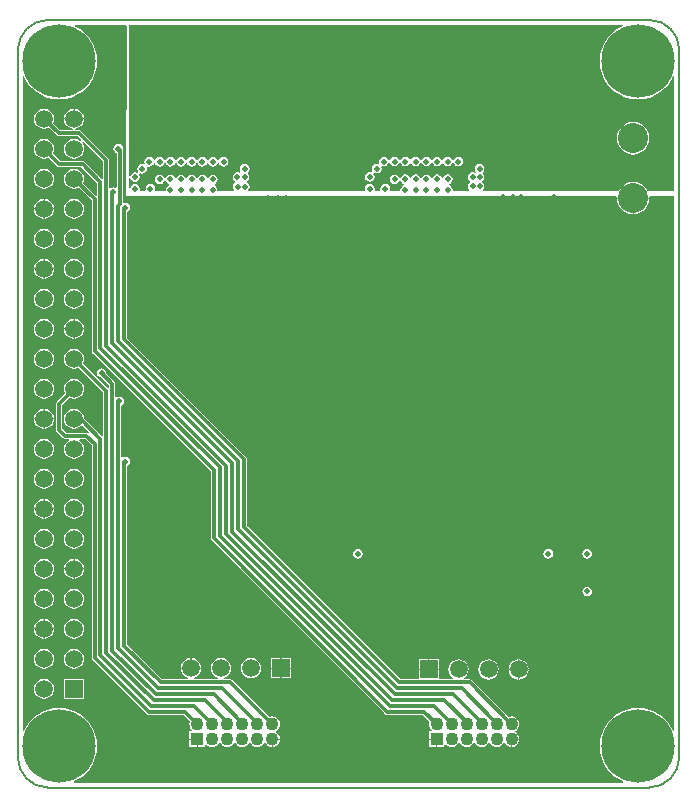
<source format=gbl>
G04*
G04 #@! TF.GenerationSoftware,Altium Limited,Altium Designer,20.0.9 (164)*
G04*
G04 Layer_Physical_Order=4*
G04 Layer_Color=16711680*
%FSLAX25Y25*%
%MOIN*%
G70*
G01*
G75*
%ADD20C,0.01181*%
%ADD25C,0.00787*%
%ADD26C,0.10000*%
%ADD27C,0.04331*%
%ADD28R,0.04331X0.04331*%
%ADD29C,0.05906*%
%ADD30R,0.05906X0.05906*%
%ADD31R,0.05906X0.05906*%
%ADD32C,0.01968*%
%ADD33C,0.03937*%
%ADD34C,0.24410*%
G36*
X264304Y466891D02*
X264657Y466537D01*
X264477Y409836D01*
X427742D01*
X428071Y409460D01*
X428044Y409255D01*
X433465D01*
X438885D01*
X438858Y409460D01*
X439187Y409836D01*
X447244D01*
X447244Y231419D01*
X446744Y231319D01*
X446394Y232164D01*
X445350Y233869D01*
X444051Y235389D01*
X442530Y236688D01*
X440825Y237733D01*
X438977Y238498D01*
X437033Y238965D01*
X435039Y239122D01*
X433046Y238965D01*
X431101Y238498D01*
X429254Y237733D01*
X427549Y236688D01*
X426028Y235389D01*
X424729Y233869D01*
X423684Y232164D01*
X422919Y230316D01*
X422452Y228372D01*
X422295Y226378D01*
X422452Y224384D01*
X422919Y222440D01*
X423684Y220592D01*
X424729Y218887D01*
X426028Y217367D01*
X427549Y216068D01*
X429254Y215023D01*
X430098Y214673D01*
X429999Y214173D01*
X247167Y214173D01*
X247067Y214673D01*
X247912Y215023D01*
X249617Y216068D01*
X251137Y217367D01*
X252436Y218887D01*
X253481Y220592D01*
X254246Y222440D01*
X254713Y224384D01*
X254870Y226378D01*
X254713Y228372D01*
X254246Y230316D01*
X253481Y232164D01*
X252436Y233869D01*
X251137Y235389D01*
X249617Y236688D01*
X247912Y237733D01*
X246064Y238498D01*
X244120Y238965D01*
X242126Y239122D01*
X240132Y238965D01*
X238188Y238498D01*
X236340Y237733D01*
X234635Y236688D01*
X233115Y235389D01*
X231816Y233869D01*
X230771Y232164D01*
X230421Y231319D01*
X229921Y231419D01*
X229921Y409836D01*
X229921Y449684D01*
X230421Y449783D01*
X230771Y448939D01*
X231816Y447234D01*
X233115Y445713D01*
X234635Y444414D01*
X236340Y443369D01*
X238188Y442604D01*
X240132Y442137D01*
X242126Y441980D01*
X244120Y442137D01*
X246064Y442604D01*
X247912Y443369D01*
X249617Y444414D01*
X251137Y445713D01*
X252436Y447234D01*
X253481Y448939D01*
X254246Y450786D01*
X254713Y452731D01*
X254870Y454724D01*
X254713Y456718D01*
X254246Y458663D01*
X253481Y460510D01*
X252436Y462215D01*
X251137Y463736D01*
X249617Y465034D01*
X247912Y466079D01*
X247158Y466392D01*
X247258Y466891D01*
X264304Y466891D01*
D02*
G37*
G36*
X429999Y466929D02*
X430098Y466429D01*
X429254Y466079D01*
X427549Y465034D01*
X426028Y463736D01*
X424729Y462215D01*
X423684Y460510D01*
X422919Y458663D01*
X422452Y456718D01*
X422295Y454724D01*
X422452Y452731D01*
X422919Y450786D01*
X423684Y448939D01*
X424729Y447234D01*
X426028Y445713D01*
X427549Y444414D01*
X429254Y443369D01*
X431101Y442604D01*
X433046Y442137D01*
X435039Y441980D01*
X437033Y442137D01*
X438977Y442604D01*
X440825Y443369D01*
X442530Y444414D01*
X444051Y445713D01*
X445350Y447234D01*
X446394Y448939D01*
X446744Y449783D01*
X447244Y449684D01*
X447244Y411424D01*
X438328D01*
X438181Y411778D01*
X437316Y412907D01*
X436188Y413772D01*
X434874Y414316D01*
X433465Y414502D01*
X432055Y414316D01*
X430741Y413772D01*
X429613Y412907D01*
X428748Y411778D01*
X428601Y411424D01*
X383671D01*
X383540Y411649D01*
X383464Y411924D01*
X383767Y412378D01*
X383889Y412992D01*
X383767Y413607D01*
X383419Y414127D01*
X383211Y414266D01*
Y414868D01*
X383419Y415006D01*
X383767Y415527D01*
X383889Y416142D01*
X383767Y416756D01*
X383419Y417277D01*
Y417762D01*
X383767Y418283D01*
X383889Y418898D01*
X383767Y419512D01*
X383419Y420033D01*
X382898Y420381D01*
X382283Y420503D01*
X381669Y420381D01*
X381148Y420033D01*
X380800Y419512D01*
X380678Y418898D01*
X380800Y418283D01*
X381082Y417862D01*
X380723Y417503D01*
X380704Y417513D01*
X380536Y417625D01*
X379921Y417747D01*
X379307Y417625D01*
X378786Y417277D01*
X378438Y416756D01*
X378316Y416142D01*
X378438Y415527D01*
X378786Y415006D01*
X378994Y414868D01*
Y414266D01*
X378786Y414127D01*
X378438Y413607D01*
X378316Y412992D01*
X378438Y412378D01*
X378741Y411924D01*
X378665Y411649D01*
X378534Y411424D01*
X373576D01*
X373259Y411810D01*
X373259Y411811D01*
X373137Y412426D01*
X372789Y412946D01*
X372268Y413294D01*
X372100Y413328D01*
Y413838D01*
X372268Y413871D01*
X372789Y414219D01*
X373137Y414740D01*
X373259Y415354D01*
X373137Y415969D01*
X372789Y416490D01*
X372268Y416838D01*
X371654Y416960D01*
X371039Y416838D01*
X370518Y416490D01*
X370170Y415969D01*
X370137Y415801D01*
X369627D01*
X369594Y415969D01*
X369246Y416490D01*
X368725Y416838D01*
X368110Y416960D01*
X367496Y416838D01*
X366975Y416490D01*
X366627Y415969D01*
X366594Y415801D01*
X366084D01*
X366050Y415969D01*
X365702Y416490D01*
X365181Y416838D01*
X364567Y416960D01*
X363952Y416838D01*
X363432Y416490D01*
X363084Y415969D01*
X363050Y415801D01*
X362540D01*
X362507Y415969D01*
X362159Y416490D01*
X361638Y416838D01*
X361024Y416960D01*
X360409Y416838D01*
X359888Y416490D01*
X359540Y415969D01*
X359507Y415801D01*
X358997D01*
X358964Y415969D01*
X358616Y416490D01*
X358095Y416838D01*
X357480Y416960D01*
X356866Y416838D01*
X356345Y416490D01*
X355997Y415969D01*
X355964Y415801D01*
X355454D01*
X355420Y415969D01*
X355072Y416490D01*
X354552Y416838D01*
X353937Y416960D01*
X353323Y416838D01*
X352802Y416490D01*
X352454Y415969D01*
X352331Y415354D01*
X352454Y414740D01*
X352802Y414219D01*
X353323Y413871D01*
X353937Y413749D01*
X354552Y413871D01*
X355072Y414219D01*
X355420Y414740D01*
X355454Y414907D01*
X355964D01*
X355997Y414740D01*
X356345Y414219D01*
X356866Y413871D01*
X357033Y413838D01*
Y413328D01*
X356866Y413294D01*
X356345Y412946D01*
X355997Y412426D01*
X355875Y411811D01*
X355875Y411810D01*
X355558Y411424D01*
X352715D01*
X352337Y411924D01*
X352393Y412205D01*
X352271Y412819D01*
X351923Y413340D01*
X351402Y413688D01*
X350787Y413810D01*
X350173Y413688D01*
X349652Y413340D01*
X349304Y412819D01*
X349182Y412205D01*
X349238Y411924D01*
X348860Y411424D01*
X347597D01*
X347219Y411924D01*
X347275Y412205D01*
X347153Y412819D01*
X346805Y413340D01*
X346284Y413688D01*
X345669Y413810D01*
X345055Y413688D01*
X344534Y413340D01*
X344186Y412819D01*
X344064Y412205D01*
X344120Y411924D01*
X343742Y411424D01*
X305469D01*
X305391Y411522D01*
X305247Y411924D01*
X305517Y412328D01*
X305639Y412942D01*
X305517Y413557D01*
X305169Y414078D01*
X304876Y414274D01*
X304849Y414857D01*
X305072Y415006D01*
X305420Y415527D01*
X305543Y416142D01*
X305420Y416756D01*
X305179Y417118D01*
X305169Y417712D01*
X305517Y418233D01*
X305639Y418848D01*
X305517Y419462D01*
X305169Y419983D01*
X304648Y420331D01*
X304034Y420454D01*
X303419Y420331D01*
X302898Y419983D01*
X302550Y419462D01*
X302428Y418848D01*
X302550Y418233D01*
X302396Y417581D01*
X302323Y417536D01*
X302189Y417625D01*
X301575Y417747D01*
X300960Y417625D01*
X300439Y417277D01*
X300091Y416756D01*
X299969Y416142D01*
X300091Y415527D01*
X300439Y415006D01*
X300733Y414810D01*
X300760Y414227D01*
X300536Y414078D01*
X300188Y413557D01*
X300066Y412942D01*
X300188Y412328D01*
X300458Y411924D01*
X300314Y411522D01*
X300237Y411424D01*
X295230D01*
X294913Y411810D01*
X294913Y411811D01*
X294791Y412426D01*
X294443Y412946D01*
X293924Y413293D01*
X293922Y413306D01*
X293928Y413803D01*
X294018Y413821D01*
X294539Y414169D01*
X294887Y414690D01*
X295009Y415305D01*
X294887Y415919D01*
X294539Y416440D01*
X294018Y416788D01*
X293404Y416910D01*
X292789Y416788D01*
X292268Y416440D01*
X291920Y415919D01*
X291887Y415752D01*
X291377D01*
X291344Y415919D01*
X290996Y416440D01*
X290475Y416788D01*
X289861Y416910D01*
X289246Y416788D01*
X288725Y416440D01*
X288377Y415919D01*
X288344Y415752D01*
X287834D01*
X287801Y415919D01*
X287453Y416440D01*
X286932Y416788D01*
X286317Y416910D01*
X285703Y416788D01*
X285182Y416440D01*
X284834Y415919D01*
X284800Y415752D01*
X284291D01*
X284257Y415919D01*
X283909Y416440D01*
X283388Y416788D01*
X282774Y416910D01*
X282159Y416788D01*
X281639Y416440D01*
X281291Y415919D01*
X281257Y415752D01*
X280747D01*
X280714Y415919D01*
X280366Y416440D01*
X279845Y416788D01*
X279231Y416910D01*
X278616Y416788D01*
X278095Y416440D01*
X277747Y415919D01*
X277714Y415752D01*
X277204D01*
X277171Y415919D01*
X276823Y416440D01*
X276302Y416788D01*
X275687Y416910D01*
X275073Y416788D01*
X274552Y416440D01*
X274204Y415919D01*
X274082Y415305D01*
X274204Y414690D01*
X274552Y414169D01*
X275073Y413821D01*
X275687Y413699D01*
X276302Y413821D01*
X276823Y414169D01*
X277171Y414690D01*
X277204Y414858D01*
X277714D01*
X277747Y414690D01*
X278095Y414169D01*
X278616Y413821D01*
X278784Y413788D01*
Y413278D01*
X278616Y413245D01*
X278095Y412897D01*
X277747Y412376D01*
X277625Y411761D01*
X277348Y411424D01*
X274499D01*
X274097Y411924D01*
X274143Y412155D01*
X274021Y412769D01*
X273673Y413290D01*
X273152Y413638D01*
X272538Y413761D01*
X271923Y413638D01*
X271402Y413290D01*
X271054Y412769D01*
X270932Y412155D01*
X270978Y411924D01*
X270577Y411424D01*
X269380D01*
X268979Y411924D01*
X269025Y412155D01*
X268903Y412769D01*
X268555Y413290D01*
X268034Y413638D01*
X267420Y413761D01*
X266805Y413638D01*
X266284Y413290D01*
X265936Y412769D01*
X265854Y412358D01*
X265354Y412407D01*
Y415346D01*
X265367Y415841D01*
X265367Y415841D01*
Y415841D01*
X265854Y415889D01*
X265869Y415817D01*
X265936Y415478D01*
X266284Y414957D01*
X266805Y414608D01*
X267420Y414486D01*
X268034Y414608D01*
X268555Y414957D01*
X268903Y415478D01*
X269025Y416092D01*
X268903Y416706D01*
X268621Y417128D01*
X268982Y417488D01*
X269167Y417364D01*
X269782Y417242D01*
X270396Y417364D01*
X270917Y417712D01*
X271265Y418233D01*
X271387Y418848D01*
X271297Y419302D01*
X271338Y419377D01*
X271615Y419654D01*
X271690Y419695D01*
X272144Y419604D01*
X272758Y419727D01*
X273279Y420075D01*
X273627Y420596D01*
X273661Y420763D01*
X274170D01*
X274204Y420596D01*
X274552Y420075D01*
X275073Y419727D01*
X275687Y419604D01*
X276302Y419727D01*
X276823Y420075D01*
X277171Y420596D01*
X277204Y420763D01*
X277714D01*
X277747Y420596D01*
X278095Y420075D01*
X278616Y419727D01*
X279231Y419604D01*
X279845Y419727D01*
X280366Y420075D01*
X280714Y420596D01*
X280747Y420763D01*
X281257D01*
X281291Y420596D01*
X281639Y420075D01*
X282159Y419727D01*
X282774Y419604D01*
X283388Y419727D01*
X283909Y420075D01*
X284257Y420596D01*
X284291Y420763D01*
X284800D01*
X284834Y420596D01*
X285182Y420075D01*
X285703Y419727D01*
X286317Y419604D01*
X286932Y419727D01*
X287453Y420075D01*
X287801Y420596D01*
X287834Y420763D01*
X288344D01*
X288377Y420596D01*
X288725Y420075D01*
X289246Y419727D01*
X289861Y419604D01*
X290475Y419727D01*
X290996Y420075D01*
X291344Y420596D01*
X291377Y420763D01*
X291887D01*
X291920Y420596D01*
X292268Y420075D01*
X292789Y419727D01*
X293404Y419604D01*
X294018Y419727D01*
X294539Y420075D01*
X294887Y420596D01*
X294921Y420763D01*
X295430D01*
X295464Y420596D01*
X295812Y420075D01*
X296333Y419727D01*
X296947Y419604D01*
X297562Y419727D01*
X298082Y420075D01*
X298430Y420596D01*
X298553Y421210D01*
X298430Y421825D01*
X298082Y422345D01*
X297562Y422693D01*
X296947Y422816D01*
X296333Y422693D01*
X295812Y422345D01*
X295464Y421825D01*
X295430Y421657D01*
X294921D01*
X294887Y421825D01*
X294539Y422345D01*
X294018Y422693D01*
X293404Y422816D01*
X292789Y422693D01*
X292268Y422345D01*
X291920Y421825D01*
X291887Y421657D01*
X291377D01*
X291344Y421825D01*
X290996Y422345D01*
X290475Y422693D01*
X289861Y422816D01*
X289246Y422693D01*
X288725Y422345D01*
X288377Y421825D01*
X288344Y421657D01*
X287834D01*
X287801Y421825D01*
X287453Y422345D01*
X286932Y422693D01*
X286317Y422816D01*
X285703Y422693D01*
X285182Y422345D01*
X284834Y421825D01*
X284800Y421657D01*
X284291D01*
X284257Y421825D01*
X283909Y422345D01*
X283388Y422693D01*
X282774Y422816D01*
X282159Y422693D01*
X281639Y422345D01*
X281291Y421825D01*
X281257Y421657D01*
X280747D01*
X280714Y421825D01*
X280366Y422345D01*
X279845Y422693D01*
X279231Y422816D01*
X278616Y422693D01*
X278095Y422345D01*
X277747Y421825D01*
X277714Y421657D01*
X277204D01*
X277171Y421825D01*
X276823Y422345D01*
X276302Y422693D01*
X275687Y422816D01*
X275073Y422693D01*
X274552Y422345D01*
X274204Y421825D01*
X274170Y421657D01*
X273661D01*
X273627Y421825D01*
X273279Y422345D01*
X272758Y422693D01*
X272144Y422816D01*
X271530Y422693D01*
X271009Y422345D01*
X270660Y421825D01*
X270538Y421210D01*
X270629Y420756D01*
X270588Y420681D01*
X270310Y420404D01*
X270236Y420363D01*
X269782Y420454D01*
X269167Y420331D01*
X268646Y419983D01*
X268298Y419462D01*
X268176Y418848D01*
X268298Y418233D01*
X268580Y417812D01*
X268219Y417451D01*
X268034Y417575D01*
X267420Y417698D01*
X266805Y417575D01*
X266284Y417227D01*
X265936Y416706D01*
X265869Y416367D01*
X265854Y416295D01*
X265367Y416343D01*
Y416343D01*
X265367Y416343D01*
X265354Y416838D01*
X265354Y466929D01*
X429999Y466929D01*
D02*
G37*
%LPC*%
G36*
X247326Y438906D02*
Y435751D01*
X250481D01*
X250392Y436426D01*
X250055Y437242D01*
X249517Y437942D01*
X248817Y438480D01*
X248001Y438818D01*
X247326Y438906D01*
D02*
G37*
G36*
X246926D02*
X246251Y438818D01*
X245435Y438480D01*
X244735Y437942D01*
X244197Y437242D01*
X243860Y436426D01*
X243771Y435751D01*
X246926D01*
Y438906D01*
D02*
G37*
G36*
X237126Y438933D02*
X236251Y438818D01*
X235435Y438480D01*
X234735Y437942D01*
X234197Y437242D01*
X233859Y436426D01*
X233744Y435551D01*
X233859Y434676D01*
X234197Y433860D01*
X234735Y433160D01*
X235435Y432623D01*
X236251Y432285D01*
X237126Y432169D01*
X238001Y432285D01*
X238682Y432567D01*
X241254Y429994D01*
X241582Y429776D01*
X241968Y429699D01*
X248401D01*
X249558Y428542D01*
X249227Y428165D01*
X248817Y428480D01*
X248001Y428818D01*
X247126Y428933D01*
X246251Y428818D01*
X245435Y428480D01*
X244735Y427942D01*
X244197Y427242D01*
X243860Y426426D01*
X243744Y425551D01*
X243860Y424676D01*
X244197Y423860D01*
X244735Y423160D01*
X245435Y422623D01*
X246251Y422285D01*
X247126Y422169D01*
X248001Y422285D01*
X248817Y422623D01*
X249517Y423160D01*
X250055Y423860D01*
X250392Y424676D01*
X250508Y425551D01*
X250392Y426426D01*
X250055Y427242D01*
X249740Y427653D01*
X250116Y427983D01*
X256856Y421243D01*
Y415752D01*
X256356Y415545D01*
X250714Y421187D01*
X250387Y421406D01*
X250000Y421482D01*
X242623D01*
X240110Y423995D01*
X240392Y424676D01*
X240508Y425551D01*
X240392Y426426D01*
X240055Y427242D01*
X239517Y427942D01*
X238817Y428480D01*
X238001Y428818D01*
X237126Y428933D01*
X236251Y428818D01*
X235435Y428480D01*
X234735Y427942D01*
X234197Y427242D01*
X233859Y426426D01*
X233744Y425551D01*
X233859Y424676D01*
X234197Y423860D01*
X234735Y423160D01*
X235435Y422623D01*
X236251Y422285D01*
X237126Y422169D01*
X238001Y422285D01*
X238682Y422567D01*
X241491Y419758D01*
X241818Y419539D01*
X242205Y419462D01*
X249582D01*
X254896Y414149D01*
Y409917D01*
X254396Y409710D01*
X250110Y413995D01*
X250392Y414676D01*
X250508Y415551D01*
X250392Y416426D01*
X250055Y417242D01*
X249517Y417942D01*
X248817Y418480D01*
X248001Y418818D01*
X247126Y418933D01*
X246251Y418818D01*
X245435Y418480D01*
X244735Y417942D01*
X244197Y417242D01*
X243860Y416426D01*
X243744Y415551D01*
X243860Y414676D01*
X244197Y413860D01*
X244735Y413160D01*
X245435Y412623D01*
X246251Y412285D01*
X247126Y412170D01*
X248001Y412285D01*
X248682Y412567D01*
X252927Y408322D01*
Y358268D01*
X253004Y357881D01*
X253223Y357554D01*
X292691Y318086D01*
Y295669D01*
X292768Y295283D01*
X292987Y294955D01*
X350815Y237126D01*
X351143Y236908D01*
X351529Y236831D01*
X363434D01*
X365571Y234694D01*
X365453Y234410D01*
X365365Y233740D01*
X365453Y233070D01*
X365712Y232446D01*
X366123Y231910D01*
X366260Y231805D01*
X366090Y231306D01*
X365387D01*
Y228940D01*
X367953D01*
Y228740D01*
X368153D01*
Y226175D01*
X370518D01*
Y226878D01*
X371018Y227047D01*
X371123Y226910D01*
X371659Y226499D01*
X372283Y226241D01*
X372753Y226179D01*
Y228740D01*
X373153D01*
Y226179D01*
X373622Y226241D01*
X374247Y226499D01*
X374782Y226910D01*
X375179Y227427D01*
X375305Y227446D01*
X375601D01*
X375727Y227427D01*
X376123Y226910D01*
X376659Y226499D01*
X377283Y226241D01*
X377753Y226179D01*
Y228740D01*
X378153D01*
Y226179D01*
X378622Y226241D01*
X379246Y226499D01*
X379782Y226910D01*
X380179Y227427D01*
X380305Y227446D01*
X380601D01*
X380727Y227427D01*
X381123Y226910D01*
X381659Y226499D01*
X382283Y226241D01*
X382753Y226179D01*
Y228740D01*
X383153D01*
Y226179D01*
X383622Y226241D01*
X384246Y226499D01*
X384782Y226910D01*
X385179Y227427D01*
X385305Y227446D01*
X385601D01*
X385727Y227427D01*
X386123Y226910D01*
X386659Y226499D01*
X387283Y226241D01*
X387753Y226179D01*
Y228740D01*
X388153D01*
Y226179D01*
X388622Y226241D01*
X389247Y226499D01*
X389782Y226910D01*
X390179Y227427D01*
X390305Y227446D01*
X390601D01*
X390727Y227427D01*
X391123Y226910D01*
X391659Y226499D01*
X392283Y226241D01*
X392753Y226179D01*
Y228740D01*
X392953D01*
Y228940D01*
X395514D01*
X395452Y229410D01*
X395194Y230034D01*
X394782Y230570D01*
X394266Y230966D01*
X394247Y231092D01*
Y231388D01*
X394266Y231514D01*
X394782Y231910D01*
X395194Y232446D01*
X395452Y233070D01*
X395540Y233740D01*
X395452Y234410D01*
X395194Y235034D01*
X394782Y235570D01*
X394247Y235981D01*
X393622Y236240D01*
X392953Y236328D01*
X392283Y236240D01*
X391971Y236110D01*
X379730Y248352D01*
X379402Y248571D01*
X379016Y248648D01*
X377277D01*
X377107Y249148D01*
X377667Y249577D01*
X378204Y250278D01*
X378542Y251093D01*
X378657Y251969D01*
X378542Y252844D01*
X378204Y253659D01*
X377667Y254360D01*
X376966Y254897D01*
X376151Y255235D01*
X375276Y255350D01*
X374400Y255235D01*
X373585Y254897D01*
X372884Y254360D01*
X372347Y253659D01*
X372009Y252844D01*
X371894Y251969D01*
X372009Y251093D01*
X372347Y250278D01*
X372884Y249577D01*
X373444Y249148D01*
X373274Y248648D01*
X368628D01*
Y251768D01*
X361923D01*
Y248648D01*
X355930D01*
X304691Y299887D01*
Y322101D01*
X304614Y322488D01*
X304395Y322815D01*
X264790Y362421D01*
Y404423D01*
X265309Y404770D01*
X265657Y405291D01*
X265779Y405905D01*
X265657Y406520D01*
X265309Y407041D01*
X264788Y407389D01*
X264173Y407511D01*
X263912Y407459D01*
X263411Y407846D01*
Y425000D01*
X263355Y425282D01*
X263417Y425591D01*
X263295Y426205D01*
X262946Y426726D01*
X262425Y427074D01*
X261811Y427196D01*
X261197Y427074D01*
X260676Y426726D01*
X260328Y426205D01*
X260205Y425591D01*
X260328Y424976D01*
X260676Y424455D01*
X261197Y424107D01*
X261392Y424068D01*
Y412747D01*
X260892Y412480D01*
X260851Y412507D01*
X260236Y412629D01*
X259622Y412507D01*
X259376Y412343D01*
X258876Y412610D01*
Y421661D01*
X258799Y422048D01*
X258580Y422376D01*
X249533Y431423D01*
X249205Y431642D01*
X248819Y431719D01*
X247532D01*
X247499Y432219D01*
X248001Y432285D01*
X248817Y432623D01*
X249517Y433160D01*
X250055Y433860D01*
X250392Y434676D01*
X250481Y435351D01*
X247126D01*
X243771D01*
X243860Y434676D01*
X244197Y433860D01*
X244735Y433160D01*
X245435Y432623D01*
X246251Y432285D01*
X246753Y432219D01*
X246720Y431719D01*
X242387D01*
X240110Y433995D01*
X240392Y434676D01*
X240508Y435551D01*
X240392Y436426D01*
X240055Y437242D01*
X239517Y437942D01*
X238817Y438480D01*
X238001Y438818D01*
X237126Y438933D01*
D02*
G37*
G36*
Y418933D02*
X236251Y418818D01*
X235435Y418480D01*
X234735Y417942D01*
X234197Y417242D01*
X233859Y416426D01*
X233744Y415551D01*
X233859Y414676D01*
X234197Y413860D01*
X234735Y413160D01*
X235435Y412623D01*
X236251Y412285D01*
X237126Y412170D01*
X238001Y412285D01*
X238817Y412623D01*
X239517Y413160D01*
X240055Y413860D01*
X240392Y414676D01*
X240508Y415551D01*
X240392Y416426D01*
X240055Y417242D01*
X239517Y417942D01*
X238817Y418480D01*
X238001Y418818D01*
X237126Y418933D01*
D02*
G37*
G36*
X237326Y408907D02*
Y405751D01*
X240481D01*
X240392Y406426D01*
X240055Y407242D01*
X239517Y407942D01*
X238817Y408480D01*
X238001Y408818D01*
X237326Y408907D01*
D02*
G37*
G36*
X236926D02*
X236251Y408818D01*
X235435Y408480D01*
X234735Y407942D01*
X234197Y407242D01*
X233859Y406426D01*
X233771Y405751D01*
X236926D01*
Y408907D01*
D02*
G37*
G36*
X433265Y408855D02*
X428044D01*
X428204Y407645D01*
X428748Y406332D01*
X429613Y405204D01*
X430741Y404338D01*
X432055Y403794D01*
X433265Y403635D01*
Y408855D01*
D02*
G37*
G36*
X438885D02*
X433665D01*
Y403635D01*
X434874Y403794D01*
X436188Y404338D01*
X437316Y405204D01*
X438181Y406332D01*
X438726Y407645D01*
X438885Y408855D01*
D02*
G37*
G36*
X240481Y405351D02*
X237326D01*
Y402196D01*
X238001Y402285D01*
X238817Y402623D01*
X239517Y403160D01*
X240055Y403860D01*
X240392Y404676D01*
X240481Y405351D01*
D02*
G37*
G36*
X236926D02*
X233771D01*
X233859Y404676D01*
X234197Y403860D01*
X234735Y403160D01*
X235435Y402623D01*
X236251Y402285D01*
X236926Y402196D01*
Y405351D01*
D02*
G37*
G36*
X247126Y408933D02*
X246251Y408818D01*
X245435Y408480D01*
X244735Y407942D01*
X244197Y407242D01*
X243860Y406426D01*
X243744Y405551D01*
X243860Y404676D01*
X244197Y403860D01*
X244735Y403160D01*
X245435Y402623D01*
X246251Y402285D01*
X247126Y402170D01*
X248001Y402285D01*
X248817Y402623D01*
X249517Y403160D01*
X250055Y403860D01*
X250392Y404676D01*
X250508Y405551D01*
X250392Y406426D01*
X250055Y407242D01*
X249517Y407942D01*
X248817Y408480D01*
X248001Y408818D01*
X247126Y408933D01*
D02*
G37*
G36*
Y398933D02*
X246251Y398818D01*
X245435Y398480D01*
X244735Y397942D01*
X244197Y397242D01*
X243860Y396426D01*
X243744Y395551D01*
X243860Y394676D01*
X244197Y393860D01*
X244735Y393160D01*
X245435Y392623D01*
X246251Y392285D01*
X247126Y392169D01*
X248001Y392285D01*
X248817Y392623D01*
X249517Y393160D01*
X250055Y393860D01*
X250392Y394676D01*
X250508Y395551D01*
X250392Y396426D01*
X250055Y397242D01*
X249517Y397942D01*
X248817Y398480D01*
X248001Y398818D01*
X247126Y398933D01*
D02*
G37*
G36*
X237126D02*
X236251Y398818D01*
X235435Y398480D01*
X234735Y397942D01*
X234197Y397242D01*
X233859Y396426D01*
X233744Y395551D01*
X233859Y394676D01*
X234197Y393860D01*
X234735Y393160D01*
X235435Y392623D01*
X236251Y392285D01*
X237126Y392169D01*
X238001Y392285D01*
X238817Y392623D01*
X239517Y393160D01*
X240055Y393860D01*
X240392Y394676D01*
X240508Y395551D01*
X240392Y396426D01*
X240055Y397242D01*
X239517Y397942D01*
X238817Y398480D01*
X238001Y398818D01*
X237126Y398933D01*
D02*
G37*
G36*
X237326Y388907D02*
Y385751D01*
X240481D01*
X240392Y386426D01*
X240055Y387242D01*
X239517Y387942D01*
X238817Y388480D01*
X238001Y388818D01*
X237326Y388907D01*
D02*
G37*
G36*
X236926D02*
X236251Y388818D01*
X235435Y388480D01*
X234735Y387942D01*
X234197Y387242D01*
X233859Y386426D01*
X233771Y385751D01*
X236926D01*
Y388907D01*
D02*
G37*
G36*
X240481Y385351D02*
X237326D01*
Y382196D01*
X238001Y382285D01*
X238817Y382623D01*
X239517Y383160D01*
X240055Y383860D01*
X240392Y384676D01*
X240481Y385351D01*
D02*
G37*
G36*
X236926D02*
X233771D01*
X233859Y384676D01*
X234197Y383860D01*
X234735Y383160D01*
X235435Y382623D01*
X236251Y382285D01*
X236926Y382196D01*
Y385351D01*
D02*
G37*
G36*
X247126Y388933D02*
X246251Y388818D01*
X245435Y388480D01*
X244735Y387942D01*
X244197Y387242D01*
X243860Y386426D01*
X243744Y385551D01*
X243860Y384676D01*
X244197Y383860D01*
X244735Y383160D01*
X245435Y382623D01*
X246251Y382285D01*
X247126Y382170D01*
X248001Y382285D01*
X248817Y382623D01*
X249517Y383160D01*
X250055Y383860D01*
X250392Y384676D01*
X250508Y385551D01*
X250392Y386426D01*
X250055Y387242D01*
X249517Y387942D01*
X248817Y388480D01*
X248001Y388818D01*
X247126Y388933D01*
D02*
G37*
G36*
Y378933D02*
X246251Y378818D01*
X245435Y378480D01*
X244735Y377942D01*
X244197Y377242D01*
X243860Y376426D01*
X243744Y375551D01*
X243860Y374676D01*
X244197Y373860D01*
X244735Y373160D01*
X245435Y372623D01*
X246251Y372285D01*
X247126Y372169D01*
X248001Y372285D01*
X248817Y372623D01*
X249517Y373160D01*
X250055Y373860D01*
X250392Y374676D01*
X250508Y375551D01*
X250392Y376426D01*
X250055Y377242D01*
X249517Y377942D01*
X248817Y378480D01*
X248001Y378818D01*
X247126Y378933D01*
D02*
G37*
G36*
X237126D02*
X236251Y378818D01*
X235435Y378480D01*
X234735Y377942D01*
X234197Y377242D01*
X233859Y376426D01*
X233744Y375551D01*
X233859Y374676D01*
X234197Y373860D01*
X234735Y373160D01*
X235435Y372623D01*
X236251Y372285D01*
X237126Y372169D01*
X238001Y372285D01*
X238817Y372623D01*
X239517Y373160D01*
X240055Y373860D01*
X240392Y374676D01*
X240508Y375551D01*
X240392Y376426D01*
X240055Y377242D01*
X239517Y377942D01*
X238817Y378480D01*
X238001Y378818D01*
X237126Y378933D01*
D02*
G37*
G36*
X247326Y368906D02*
Y365751D01*
X250481D01*
X250392Y366426D01*
X250055Y367242D01*
X249517Y367942D01*
X248817Y368480D01*
X248001Y368818D01*
X247326Y368906D01*
D02*
G37*
G36*
X246926D02*
X246251Y368818D01*
X245435Y368480D01*
X244735Y367942D01*
X244197Y367242D01*
X243860Y366426D01*
X243771Y365751D01*
X246926D01*
Y368906D01*
D02*
G37*
G36*
X250481Y365351D02*
X247326D01*
Y362196D01*
X248001Y362285D01*
X248817Y362623D01*
X249517Y363160D01*
X250055Y363860D01*
X250392Y364676D01*
X250481Y365351D01*
D02*
G37*
G36*
X246926D02*
X243771D01*
X243860Y364676D01*
X244197Y363860D01*
X244735Y363160D01*
X245435Y362623D01*
X246251Y362285D01*
X246926Y362196D01*
Y365351D01*
D02*
G37*
G36*
X237126Y368933D02*
X236251Y368818D01*
X235435Y368480D01*
X234735Y367942D01*
X234197Y367242D01*
X233859Y366426D01*
X233744Y365551D01*
X233859Y364676D01*
X234197Y363860D01*
X234735Y363160D01*
X235435Y362623D01*
X236251Y362285D01*
X237126Y362170D01*
X238001Y362285D01*
X238817Y362623D01*
X239517Y363160D01*
X240055Y363860D01*
X240392Y364676D01*
X240508Y365551D01*
X240392Y366426D01*
X240055Y367242D01*
X239517Y367942D01*
X238817Y368480D01*
X238001Y368818D01*
X237126Y368933D01*
D02*
G37*
G36*
Y358933D02*
X236251Y358818D01*
X235435Y358480D01*
X234735Y357942D01*
X234197Y357242D01*
X233859Y356426D01*
X233744Y355551D01*
X233859Y354676D01*
X234197Y353860D01*
X234735Y353160D01*
X235435Y352623D01*
X236251Y352285D01*
X237126Y352169D01*
X238001Y352285D01*
X238817Y352623D01*
X239517Y353160D01*
X240055Y353860D01*
X240392Y354676D01*
X240508Y355551D01*
X240392Y356426D01*
X240055Y357242D01*
X239517Y357942D01*
X238817Y358480D01*
X238001Y358818D01*
X237126Y358933D01*
D02*
G37*
G36*
X247126D02*
X246251Y358818D01*
X245435Y358480D01*
X244735Y357942D01*
X244197Y357242D01*
X243860Y356426D01*
X243744Y355551D01*
X243860Y354676D01*
X244197Y353860D01*
X244735Y353160D01*
X245435Y352623D01*
X246251Y352285D01*
X247126Y352169D01*
X248001Y352285D01*
X248682Y352567D01*
X256864Y344385D01*
Y329917D01*
X256364Y329710D01*
X250713Y335361D01*
X250501Y335503D01*
X250508Y335551D01*
X250392Y336426D01*
X250055Y337242D01*
X249517Y337942D01*
X248817Y338480D01*
X248001Y338818D01*
X247126Y338933D01*
X246251Y338818D01*
X245435Y338480D01*
X244735Y337942D01*
X244197Y337242D01*
X243860Y336426D01*
X243744Y335551D01*
X243860Y334676D01*
X244197Y333860D01*
X244735Y333160D01*
X245435Y332623D01*
X246251Y332285D01*
X247126Y332170D01*
X248001Y332285D01*
X248817Y332623D01*
X249517Y333160D01*
X249521Y333165D01*
X250020Y333197D01*
X252152Y331065D01*
X251834Y330677D01*
X251568Y330854D01*
X251181Y330931D01*
X244513D01*
X243136Y332308D01*
Y340133D01*
X245570Y342567D01*
X246251Y342285D01*
X247126Y342169D01*
X248001Y342285D01*
X248817Y342623D01*
X249517Y343160D01*
X250055Y343860D01*
X250392Y344676D01*
X250508Y345551D01*
X250392Y346426D01*
X250055Y347242D01*
X249517Y347942D01*
X248817Y348480D01*
X248001Y348818D01*
X247126Y348933D01*
X246251Y348818D01*
X245435Y348480D01*
X244735Y347942D01*
X244197Y347242D01*
X243860Y346426D01*
X243744Y345551D01*
X243860Y344676D01*
X244142Y343995D01*
X241412Y341265D01*
X241193Y340938D01*
X241116Y340551D01*
Y331890D01*
X241193Y331503D01*
X241412Y331176D01*
X243380Y329207D01*
X243708Y328988D01*
X244094Y328911D01*
X245213D01*
X245284Y328773D01*
X245346Y328411D01*
X244735Y327942D01*
X244197Y327242D01*
X243860Y326426D01*
X243744Y325551D01*
X243860Y324676D01*
X244197Y323860D01*
X244735Y323160D01*
X245435Y322623D01*
X246251Y322285D01*
X247126Y322169D01*
X248001Y322285D01*
X248817Y322623D01*
X249517Y323160D01*
X250055Y323860D01*
X250392Y324676D01*
X250508Y325551D01*
X250392Y326426D01*
X250055Y327242D01*
X249517Y327942D01*
X248906Y328411D01*
X248968Y328773D01*
X249039Y328911D01*
X250763D01*
X252927Y326747D01*
Y255906D01*
X253004Y255519D01*
X253223Y255191D01*
X271288Y237126D01*
X271615Y236908D01*
X272002Y236831D01*
X283631D01*
X285768Y234694D01*
X285650Y234410D01*
X285562Y233740D01*
X285650Y233070D01*
X285909Y232446D01*
X286320Y231910D01*
X286457Y231805D01*
X286287Y231306D01*
X285584D01*
Y228940D01*
X288150D01*
Y228740D01*
X288350D01*
Y226175D01*
X290715D01*
Y226878D01*
X291215Y227047D01*
X291320Y226910D01*
X291856Y226499D01*
X292480Y226241D01*
X292950Y226179D01*
Y228740D01*
X293350D01*
Y226179D01*
X293819Y226241D01*
X294443Y226499D01*
X294979Y226910D01*
X295376Y227427D01*
X295502Y227446D01*
X295798D01*
X295924Y227427D01*
X296320Y226910D01*
X296856Y226499D01*
X297480Y226241D01*
X297950Y226179D01*
Y228740D01*
X298350D01*
Y226179D01*
X298819Y226241D01*
X299443Y226499D01*
X299979Y226910D01*
X300376Y227427D01*
X300502Y227446D01*
X300798D01*
X300924Y227427D01*
X301320Y226910D01*
X301856Y226499D01*
X302480Y226241D01*
X302950Y226179D01*
Y228740D01*
X303350D01*
Y226179D01*
X303819Y226241D01*
X304443Y226499D01*
X304979Y226910D01*
X305376Y227427D01*
X305502Y227446D01*
X305798D01*
X305924Y227427D01*
X306320Y226910D01*
X306856Y226499D01*
X307480Y226241D01*
X307950Y226179D01*
Y228740D01*
X308350D01*
Y226179D01*
X308819Y226241D01*
X309443Y226499D01*
X309979Y226910D01*
X310376Y227427D01*
X310502Y227446D01*
X310798D01*
X310924Y227427D01*
X311320Y226910D01*
X311856Y226499D01*
X312480Y226241D01*
X312950Y226179D01*
Y228740D01*
X313150D01*
Y228940D01*
X315711D01*
X315649Y229410D01*
X315390Y230034D01*
X314979Y230570D01*
X314463Y230966D01*
X314443Y231092D01*
Y231388D01*
X314463Y231514D01*
X314979Y231910D01*
X315390Y232446D01*
X315649Y233070D01*
X315737Y233740D01*
X315649Y234410D01*
X315390Y235034D01*
X314979Y235570D01*
X314443Y235981D01*
X313819Y236240D01*
X313150Y236328D01*
X312480Y236240D01*
X312168Y236110D01*
X299927Y248352D01*
X299599Y248571D01*
X299213Y248648D01*
X297163D01*
X297064Y249148D01*
X297754Y249434D01*
X298454Y249971D01*
X298992Y250671D01*
X299329Y251487D01*
X299445Y252362D01*
X299329Y253237D01*
X298992Y254053D01*
X298454Y254753D01*
X297754Y255291D01*
X296938Y255629D01*
X296063Y255744D01*
X295188Y255629D01*
X294372Y255291D01*
X293672Y254753D01*
X293134Y254053D01*
X292796Y253237D01*
X292681Y252362D01*
X292796Y251487D01*
X293134Y250671D01*
X293672Y249971D01*
X294372Y249434D01*
X295062Y249148D01*
X294963Y248648D01*
X287163D01*
X287064Y249148D01*
X287754Y249434D01*
X288454Y249971D01*
X288992Y250671D01*
X289329Y251487D01*
X289418Y252162D01*
X286063D01*
X282708D01*
X282797Y251487D01*
X283134Y250671D01*
X283672Y249971D01*
X284372Y249434D01*
X285062Y249148D01*
X284963Y248648D01*
X276403D01*
X264790Y260261D01*
Y319778D01*
X265309Y320125D01*
X265657Y320645D01*
X265779Y321260D01*
X265657Y321874D01*
X265309Y322395D01*
X264788Y322743D01*
X264173Y322866D01*
X263559Y322743D01*
X263321Y322584D01*
X262821Y322852D01*
Y339856D01*
X263340Y340203D01*
X263688Y340724D01*
X263810Y341339D01*
X263688Y341953D01*
X263340Y342474D01*
X262819Y342822D01*
X262205Y342944D01*
X261590Y342822D01*
X261352Y342663D01*
X260853Y342930D01*
Y347244D01*
X260776Y347631D01*
X260557Y347958D01*
X257875Y350640D01*
X257905Y350787D01*
X257783Y351402D01*
X257435Y351923D01*
X256914Y352271D01*
X256299Y352393D01*
X255685Y352271D01*
X255164Y351923D01*
X254816Y351402D01*
X254694Y350787D01*
X254816Y350173D01*
X255164Y349652D01*
X255685Y349304D01*
X256299Y349182D01*
X256447Y349211D01*
X258833Y346826D01*
Y345980D01*
X258333Y345773D01*
X250110Y353995D01*
X250392Y354676D01*
X250508Y355551D01*
X250392Y356426D01*
X250055Y357242D01*
X249517Y357942D01*
X248817Y358480D01*
X248001Y358818D01*
X247126Y358933D01*
D02*
G37*
G36*
X237126Y348933D02*
X236251Y348818D01*
X235435Y348480D01*
X234735Y347942D01*
X234197Y347242D01*
X233859Y346426D01*
X233744Y345551D01*
X233859Y344676D01*
X234197Y343860D01*
X234735Y343160D01*
X235435Y342623D01*
X236251Y342285D01*
X237126Y342169D01*
X238001Y342285D01*
X238817Y342623D01*
X239517Y343160D01*
X240055Y343860D01*
X240392Y344676D01*
X240508Y345551D01*
X240392Y346426D01*
X240055Y347242D01*
X239517Y347942D01*
X238817Y348480D01*
X238001Y348818D01*
X237126Y348933D01*
D02*
G37*
G36*
X237326Y338907D02*
Y335751D01*
X240481D01*
X240392Y336426D01*
X240055Y337242D01*
X239517Y337942D01*
X238817Y338480D01*
X238001Y338818D01*
X237326Y338907D01*
D02*
G37*
G36*
X236926D02*
X236251Y338818D01*
X235435Y338480D01*
X234735Y337942D01*
X234197Y337242D01*
X233859Y336426D01*
X233771Y335751D01*
X236926D01*
Y338907D01*
D02*
G37*
G36*
X240481Y335351D02*
X237326D01*
Y332196D01*
X238001Y332285D01*
X238817Y332623D01*
X239517Y333160D01*
X240055Y333860D01*
X240392Y334676D01*
X240481Y335351D01*
D02*
G37*
G36*
X236926D02*
X233771D01*
X233859Y334676D01*
X234197Y333860D01*
X234735Y333160D01*
X235435Y332623D01*
X236251Y332285D01*
X236926Y332196D01*
Y335351D01*
D02*
G37*
G36*
X237126Y328933D02*
X236251Y328818D01*
X235435Y328480D01*
X234735Y327942D01*
X234197Y327242D01*
X233859Y326426D01*
X233744Y325551D01*
X233859Y324676D01*
X234197Y323860D01*
X234735Y323160D01*
X235435Y322623D01*
X236251Y322285D01*
X237126Y322169D01*
X238001Y322285D01*
X238817Y322623D01*
X239517Y323160D01*
X240055Y323860D01*
X240392Y324676D01*
X240508Y325551D01*
X240392Y326426D01*
X240055Y327242D01*
X239517Y327942D01*
X238817Y328480D01*
X238001Y328818D01*
X237126Y328933D01*
D02*
G37*
G36*
X247126Y318933D02*
X246251Y318818D01*
X245435Y318480D01*
X244735Y317942D01*
X244197Y317242D01*
X243860Y316426D01*
X243744Y315551D01*
X243860Y314676D01*
X244197Y313860D01*
X244735Y313160D01*
X245435Y312623D01*
X246251Y312285D01*
X247126Y312170D01*
X248001Y312285D01*
X248817Y312623D01*
X249517Y313160D01*
X250055Y313860D01*
X250392Y314676D01*
X250508Y315551D01*
X250392Y316426D01*
X250055Y317242D01*
X249517Y317942D01*
X248817Y318480D01*
X248001Y318818D01*
X247126Y318933D01*
D02*
G37*
G36*
X237126D02*
X236251Y318818D01*
X235435Y318480D01*
X234735Y317942D01*
X234197Y317242D01*
X233859Y316426D01*
X233744Y315551D01*
X233859Y314676D01*
X234197Y313860D01*
X234735Y313160D01*
X235435Y312623D01*
X236251Y312285D01*
X237126Y312170D01*
X238001Y312285D01*
X238817Y312623D01*
X239517Y313160D01*
X240055Y313860D01*
X240392Y314676D01*
X240508Y315551D01*
X240392Y316426D01*
X240055Y317242D01*
X239517Y317942D01*
X238817Y318480D01*
X238001Y318818D01*
X237126Y318933D01*
D02*
G37*
G36*
X237326Y308907D02*
Y305751D01*
X240481D01*
X240392Y306426D01*
X240055Y307242D01*
X239517Y307942D01*
X238817Y308480D01*
X238001Y308818D01*
X237326Y308907D01*
D02*
G37*
G36*
X236926D02*
X236251Y308818D01*
X235435Y308480D01*
X234735Y307942D01*
X234197Y307242D01*
X233859Y306426D01*
X233771Y305751D01*
X236926D01*
Y308907D01*
D02*
G37*
G36*
X240481Y305351D02*
X237326D01*
Y302196D01*
X238001Y302285D01*
X238817Y302623D01*
X239517Y303160D01*
X240055Y303860D01*
X240392Y304676D01*
X240481Y305351D01*
D02*
G37*
G36*
X236926D02*
X233771D01*
X233859Y304676D01*
X234197Y303860D01*
X234735Y303160D01*
X235435Y302623D01*
X236251Y302285D01*
X236926Y302196D01*
Y305351D01*
D02*
G37*
G36*
X247126Y308933D02*
X246251Y308818D01*
X245435Y308480D01*
X244735Y307942D01*
X244197Y307242D01*
X243860Y306426D01*
X243744Y305551D01*
X243860Y304676D01*
X244197Y303860D01*
X244735Y303160D01*
X245435Y302623D01*
X246251Y302285D01*
X247126Y302169D01*
X248001Y302285D01*
X248817Y302623D01*
X249517Y303160D01*
X250055Y303860D01*
X250392Y304676D01*
X250508Y305551D01*
X250392Y306426D01*
X250055Y307242D01*
X249517Y307942D01*
X248817Y308480D01*
X248001Y308818D01*
X247126Y308933D01*
D02*
G37*
G36*
Y298933D02*
X246251Y298818D01*
X245435Y298480D01*
X244735Y297942D01*
X244197Y297242D01*
X243860Y296426D01*
X243744Y295551D01*
X243860Y294676D01*
X244197Y293860D01*
X244735Y293160D01*
X245435Y292623D01*
X246251Y292285D01*
X247126Y292169D01*
X248001Y292285D01*
X248817Y292623D01*
X249517Y293160D01*
X250055Y293860D01*
X250392Y294676D01*
X250508Y295551D01*
X250392Y296426D01*
X250055Y297242D01*
X249517Y297942D01*
X248817Y298480D01*
X248001Y298818D01*
X247126Y298933D01*
D02*
G37*
G36*
X237126D02*
X236251Y298818D01*
X235435Y298480D01*
X234735Y297942D01*
X234197Y297242D01*
X233859Y296426D01*
X233744Y295551D01*
X233859Y294676D01*
X234197Y293860D01*
X234735Y293160D01*
X235435Y292623D01*
X236251Y292285D01*
X237126Y292169D01*
X238001Y292285D01*
X238817Y292623D01*
X239517Y293160D01*
X240055Y293860D01*
X240392Y294676D01*
X240508Y295551D01*
X240392Y296426D01*
X240055Y297242D01*
X239517Y297942D01*
X238817Y298480D01*
X238001Y298818D01*
X237126Y298933D01*
D02*
G37*
G36*
X405118Y292157D02*
X404504Y292035D01*
X403983Y291687D01*
X403635Y291166D01*
X403512Y290551D01*
X403635Y289937D01*
X403983Y289416D01*
X404504Y289068D01*
X405118Y288946D01*
X405733Y289068D01*
X406253Y289416D01*
X406601Y289937D01*
X406724Y290551D01*
X406601Y291166D01*
X406253Y291687D01*
X405733Y292035D01*
X405118Y292157D01*
D02*
G37*
G36*
X341732D02*
X341118Y292035D01*
X340597Y291687D01*
X340249Y291166D01*
X340127Y290551D01*
X340249Y289937D01*
X340597Y289416D01*
X341118Y289068D01*
X341732Y288946D01*
X342347Y289068D01*
X342868Y289416D01*
X343216Y289937D01*
X343338Y290551D01*
X343216Y291166D01*
X342868Y291687D01*
X342347Y292035D01*
X341732Y292157D01*
D02*
G37*
G36*
X418110Y292157D02*
X417496Y292035D01*
X416975Y291687D01*
X416627Y291166D01*
X416505Y290551D01*
X416627Y289937D01*
X416975Y289416D01*
X417496Y289068D01*
X418110Y288946D01*
X418725Y289068D01*
X419246Y289416D01*
X419594Y289937D01*
X419716Y290551D01*
X419594Y291166D01*
X419246Y291687D01*
X418725Y292035D01*
X418110Y292157D01*
D02*
G37*
G36*
X247326Y288907D02*
Y285751D01*
X250481D01*
X250392Y286426D01*
X250055Y287242D01*
X249517Y287942D01*
X248817Y288480D01*
X248001Y288818D01*
X247326Y288907D01*
D02*
G37*
G36*
X246926D02*
X246251Y288818D01*
X245435Y288480D01*
X244735Y287942D01*
X244197Y287242D01*
X243860Y286426D01*
X243771Y285751D01*
X246926D01*
Y288907D01*
D02*
G37*
G36*
X250481Y285351D02*
X247326D01*
Y282196D01*
X248001Y282285D01*
X248817Y282623D01*
X249517Y283160D01*
X250055Y283860D01*
X250392Y284676D01*
X250481Y285351D01*
D02*
G37*
G36*
X246926D02*
X243771D01*
X243860Y284676D01*
X244197Y283860D01*
X244735Y283160D01*
X245435Y282623D01*
X246251Y282285D01*
X246926Y282196D01*
Y285351D01*
D02*
G37*
G36*
X237126Y288933D02*
X236251Y288818D01*
X235435Y288480D01*
X234735Y287942D01*
X234197Y287242D01*
X233859Y286426D01*
X233744Y285551D01*
X233859Y284676D01*
X234197Y283860D01*
X234735Y283160D01*
X235435Y282623D01*
X236251Y282285D01*
X237126Y282170D01*
X238001Y282285D01*
X238817Y282623D01*
X239517Y283160D01*
X240055Y283860D01*
X240392Y284676D01*
X240508Y285551D01*
X240392Y286426D01*
X240055Y287242D01*
X239517Y287942D01*
X238817Y288480D01*
X238001Y288818D01*
X237126Y288933D01*
D02*
G37*
G36*
X418110Y279558D02*
X417496Y279436D01*
X416975Y279088D01*
X416627Y278567D01*
X416505Y277953D01*
X416627Y277338D01*
X416975Y276817D01*
X417496Y276469D01*
X418110Y276347D01*
X418725Y276469D01*
X419246Y276817D01*
X419594Y277338D01*
X419716Y277953D01*
X419594Y278567D01*
X419246Y279088D01*
X418725Y279436D01*
X418110Y279558D01*
D02*
G37*
G36*
X247126Y278933D02*
X246251Y278818D01*
X245435Y278480D01*
X244735Y277942D01*
X244197Y277242D01*
X243860Y276426D01*
X243744Y275551D01*
X243860Y274676D01*
X244197Y273860D01*
X244735Y273160D01*
X245435Y272623D01*
X246251Y272285D01*
X247126Y272169D01*
X248001Y272285D01*
X248817Y272623D01*
X249517Y273160D01*
X250055Y273860D01*
X250392Y274676D01*
X250508Y275551D01*
X250392Y276426D01*
X250055Y277242D01*
X249517Y277942D01*
X248817Y278480D01*
X248001Y278818D01*
X247126Y278933D01*
D02*
G37*
G36*
X237126D02*
X236251Y278818D01*
X235435Y278480D01*
X234735Y277942D01*
X234197Y277242D01*
X233859Y276426D01*
X233744Y275551D01*
X233859Y274676D01*
X234197Y273860D01*
X234735Y273160D01*
X235435Y272623D01*
X236251Y272285D01*
X237126Y272169D01*
X238001Y272285D01*
X238817Y272623D01*
X239517Y273160D01*
X240055Y273860D01*
X240392Y274676D01*
X240508Y275551D01*
X240392Y276426D01*
X240055Y277242D01*
X239517Y277942D01*
X238817Y278480D01*
X238001Y278818D01*
X237126Y278933D01*
D02*
G37*
G36*
X237326Y268906D02*
Y265751D01*
X240481D01*
X240392Y266426D01*
X240055Y267242D01*
X239517Y267942D01*
X238817Y268480D01*
X238001Y268818D01*
X237326Y268906D01*
D02*
G37*
G36*
X236926D02*
X236251Y268818D01*
X235435Y268480D01*
X234735Y267942D01*
X234197Y267242D01*
X233859Y266426D01*
X233771Y265751D01*
X236926D01*
Y268906D01*
D02*
G37*
G36*
X240481Y265351D02*
X237326D01*
Y262196D01*
X238001Y262285D01*
X238817Y262623D01*
X239517Y263160D01*
X240055Y263860D01*
X240392Y264676D01*
X240481Y265351D01*
D02*
G37*
G36*
X236926D02*
X233771D01*
X233859Y264676D01*
X234197Y263860D01*
X234735Y263160D01*
X235435Y262623D01*
X236251Y262285D01*
X236926Y262196D01*
Y265351D01*
D02*
G37*
G36*
X247126Y268933D02*
X246251Y268818D01*
X245435Y268480D01*
X244735Y267942D01*
X244197Y267242D01*
X243860Y266426D01*
X243744Y265551D01*
X243860Y264676D01*
X244197Y263860D01*
X244735Y263160D01*
X245435Y262623D01*
X246251Y262285D01*
X247126Y262170D01*
X248001Y262285D01*
X248817Y262623D01*
X249517Y263160D01*
X250055Y263860D01*
X250392Y264676D01*
X250508Y265551D01*
X250392Y266426D01*
X250055Y267242D01*
X249517Y267942D01*
X248817Y268480D01*
X248001Y268818D01*
X247126Y268933D01*
D02*
G37*
G36*
X286263Y255717D02*
Y252562D01*
X289418D01*
X289329Y253237D01*
X288992Y254053D01*
X288454Y254753D01*
X287754Y255291D01*
X286938Y255629D01*
X286263Y255717D01*
D02*
G37*
G36*
X319416Y255715D02*
X316263D01*
Y252562D01*
X319416D01*
Y255715D01*
D02*
G37*
G36*
X315863D02*
X312710D01*
Y252562D01*
X315863D01*
Y255715D01*
D02*
G37*
G36*
X285863Y255717D02*
X285188Y255629D01*
X284372Y255291D01*
X283672Y254753D01*
X283134Y254053D01*
X282797Y253237D01*
X282708Y252562D01*
X285863D01*
Y255717D01*
D02*
G37*
G36*
X316063Y252362D02*
D01*
D01*
D01*
D02*
G37*
G36*
X247126Y258933D02*
X246251Y258818D01*
X245435Y258480D01*
X244735Y257942D01*
X244197Y257242D01*
X243860Y256426D01*
X243744Y255551D01*
X243860Y254676D01*
X244197Y253860D01*
X244735Y253160D01*
X245435Y252623D01*
X246251Y252285D01*
X247126Y252169D01*
X248001Y252285D01*
X248817Y252623D01*
X249517Y253160D01*
X250055Y253860D01*
X250392Y254676D01*
X250508Y255551D01*
X250392Y256426D01*
X250055Y257242D01*
X249517Y257942D01*
X248817Y258480D01*
X248001Y258818D01*
X247126Y258933D01*
D02*
G37*
G36*
X237126D02*
X236251Y258818D01*
X235435Y258480D01*
X234735Y257942D01*
X234197Y257242D01*
X233859Y256426D01*
X233744Y255551D01*
X233859Y254676D01*
X234197Y253860D01*
X234735Y253160D01*
X235435Y252623D01*
X236251Y252285D01*
X237126Y252169D01*
X238001Y252285D01*
X238817Y252623D01*
X239517Y253160D01*
X240055Y253860D01*
X240392Y254676D01*
X240508Y255551D01*
X240392Y256426D01*
X240055Y257242D01*
X239517Y257942D01*
X238817Y258480D01*
X238001Y258818D01*
X237126Y258933D01*
D02*
G37*
G36*
X395476Y255324D02*
Y252168D01*
X398631D01*
X398542Y252844D01*
X398204Y253659D01*
X397667Y254360D01*
X396966Y254897D01*
X396151Y255235D01*
X395476Y255324D01*
D02*
G37*
G36*
X395076D02*
X394400Y255235D01*
X393585Y254897D01*
X392884Y254360D01*
X392347Y253659D01*
X392009Y252844D01*
X391920Y252168D01*
X395076D01*
Y255324D01*
D02*
G37*
G36*
X368628Y255321D02*
X365476D01*
Y252168D01*
X368628D01*
Y255321D01*
D02*
G37*
G36*
X365076D02*
X361923D01*
Y252168D01*
X365076D01*
Y255321D01*
D02*
G37*
G36*
X319416Y252162D02*
X316263D01*
Y249009D01*
X319416D01*
Y252162D01*
D02*
G37*
G36*
X315863D02*
X312710D01*
Y249009D01*
X315863D01*
Y252162D01*
D02*
G37*
G36*
X306063Y255744D02*
X305188Y255629D01*
X304372Y255291D01*
X303672Y254753D01*
X303134Y254053D01*
X302797Y253237D01*
X302681Y252362D01*
X302797Y251487D01*
X303134Y250671D01*
X303672Y249971D01*
X304372Y249434D01*
X305188Y249096D01*
X306063Y248980D01*
X306938Y249096D01*
X307754Y249434D01*
X308454Y249971D01*
X308992Y250671D01*
X309329Y251487D01*
X309445Y252362D01*
X309329Y253237D01*
X308992Y254053D01*
X308454Y254753D01*
X307754Y255291D01*
X306938Y255629D01*
X306063Y255744D01*
D02*
G37*
G36*
X398631Y251768D02*
X395476D01*
Y248613D01*
X396151Y248702D01*
X396966Y249040D01*
X397667Y249577D01*
X398204Y250278D01*
X398542Y251093D01*
X398631Y251768D01*
D02*
G37*
G36*
X395076D02*
X391920D01*
X392009Y251093D01*
X392347Y250278D01*
X392884Y249577D01*
X393585Y249040D01*
X394400Y248702D01*
X395076Y248613D01*
Y251768D01*
D02*
G37*
G36*
X385276Y255350D02*
X384400Y255235D01*
X383585Y254897D01*
X382884Y254360D01*
X382347Y253659D01*
X382009Y252844D01*
X381894Y251969D01*
X382009Y251093D01*
X382347Y250278D01*
X382884Y249577D01*
X383585Y249040D01*
X384400Y248702D01*
X385276Y248587D01*
X386151Y248702D01*
X386966Y249040D01*
X387667Y249577D01*
X388204Y250278D01*
X388542Y251093D01*
X388657Y251969D01*
X388542Y252844D01*
X388204Y253659D01*
X387667Y254360D01*
X386966Y254897D01*
X386151Y255235D01*
X385276Y255350D01*
D02*
G37*
G36*
X250479Y248904D02*
X243773D01*
Y242198D01*
X250479D01*
Y248904D01*
D02*
G37*
G36*
X237126Y248933D02*
X236251Y248818D01*
X235435Y248480D01*
X234735Y247942D01*
X234197Y247242D01*
X233859Y246426D01*
X233744Y245551D01*
X233859Y244676D01*
X234197Y243860D01*
X234735Y243160D01*
X235435Y242623D01*
X236251Y242285D01*
X237126Y242169D01*
X238001Y242285D01*
X238817Y242623D01*
X239517Y243160D01*
X240055Y243860D01*
X240392Y244676D01*
X240508Y245551D01*
X240392Y246426D01*
X240055Y247242D01*
X239517Y247942D01*
X238817Y248480D01*
X238001Y248818D01*
X237126Y248933D01*
D02*
G37*
G36*
X395514Y228540D02*
X393153D01*
Y226179D01*
X393622Y226241D01*
X394247Y226499D01*
X394782Y226910D01*
X395194Y227446D01*
X395452Y228070D01*
X395514Y228540D01*
D02*
G37*
G36*
X315711Y228540D02*
X313350D01*
Y226179D01*
X313819Y226241D01*
X314443Y226499D01*
X314979Y226910D01*
X315390Y227446D01*
X315649Y228070D01*
X315711Y228540D01*
D02*
G37*
G36*
X367753Y228540D02*
X365387D01*
Y226175D01*
X367753D01*
Y228540D01*
D02*
G37*
G36*
X287950Y228540D02*
X285584D01*
Y226175D01*
X287950D01*
Y228540D01*
D02*
G37*
G36*
X433465Y434502D02*
X432055Y434316D01*
X430741Y433772D01*
X429613Y432906D01*
X428748Y431778D01*
X428204Y430465D01*
X428018Y429055D01*
X428204Y427645D01*
X428748Y426332D01*
X429613Y425204D01*
X430741Y424338D01*
X432055Y423794D01*
X433465Y423608D01*
X434874Y423794D01*
X436188Y424338D01*
X437316Y425204D01*
X438181Y426332D01*
X438726Y427645D01*
X438911Y429055D01*
X438726Y430465D01*
X438181Y431778D01*
X437316Y432906D01*
X436188Y433772D01*
X434874Y434316D01*
X433465Y434502D01*
D02*
G37*
G36*
X375197Y422865D02*
X374582Y422743D01*
X374061Y422395D01*
X373713Y421874D01*
X373680Y421707D01*
X373170D01*
X373137Y421874D01*
X372789Y422395D01*
X372268Y422743D01*
X371654Y422865D01*
X371039Y422743D01*
X370518Y422395D01*
X370170Y421874D01*
X370137Y421707D01*
X369627D01*
X369594Y421874D01*
X369246Y422395D01*
X368725Y422743D01*
X368110Y422865D01*
X367496Y422743D01*
X366975Y422395D01*
X366627Y421874D01*
X366594Y421707D01*
X366084D01*
X366050Y421874D01*
X365702Y422395D01*
X365181Y422743D01*
X364567Y422865D01*
X363952Y422743D01*
X363432Y422395D01*
X363084Y421874D01*
X363050Y421707D01*
X362540D01*
X362507Y421874D01*
X362159Y422395D01*
X361638Y422743D01*
X361024Y422865D01*
X360409Y422743D01*
X359888Y422395D01*
X359540Y421874D01*
X359507Y421707D01*
X358997D01*
X358964Y421874D01*
X358616Y422395D01*
X358095Y422743D01*
X357480Y422865D01*
X356866Y422743D01*
X356345Y422395D01*
X355997Y421874D01*
X355964Y421707D01*
X355454D01*
X355420Y421874D01*
X355072Y422395D01*
X354552Y422743D01*
X353937Y422865D01*
X353323Y422743D01*
X352802Y422395D01*
X352454Y421874D01*
X352420Y421707D01*
X351910D01*
X351877Y421874D01*
X351529Y422395D01*
X351008Y422743D01*
X350394Y422865D01*
X349779Y422743D01*
X349258Y422395D01*
X348910Y421874D01*
X348788Y421260D01*
X348878Y420806D01*
X348837Y420731D01*
X348560Y420454D01*
X348485Y420413D01*
X348031Y420503D01*
X347417Y420381D01*
X346896Y420033D01*
X346548Y419512D01*
X346426Y418898D01*
X346548Y418283D01*
X346830Y417862D01*
X346469Y417501D01*
X346284Y417625D01*
X345669Y417747D01*
X345055Y417625D01*
X344534Y417277D01*
X344186Y416756D01*
X344064Y416142D01*
X344186Y415527D01*
X344534Y415006D01*
X345055Y414658D01*
X345669Y414536D01*
X346284Y414658D01*
X346805Y415006D01*
X347153Y415527D01*
X347275Y416142D01*
X347153Y416756D01*
X346871Y417178D01*
X347232Y417538D01*
X347417Y417414D01*
X348031Y417292D01*
X348646Y417414D01*
X349167Y417762D01*
X349515Y418283D01*
X349637Y418898D01*
X349547Y419352D01*
X349588Y419426D01*
X349865Y419704D01*
X349940Y419744D01*
X350394Y419654D01*
X351008Y419776D01*
X351529Y420124D01*
X351877Y420645D01*
X351910Y420813D01*
X352420D01*
X352454Y420645D01*
X352802Y420124D01*
X353323Y419776D01*
X353937Y419654D01*
X354552Y419776D01*
X355072Y420124D01*
X355420Y420645D01*
X355454Y420813D01*
X355964D01*
X355997Y420645D01*
X356345Y420124D01*
X356866Y419776D01*
X357480Y419654D01*
X358095Y419776D01*
X358616Y420124D01*
X358964Y420645D01*
X358997Y420813D01*
X359507D01*
X359540Y420645D01*
X359888Y420124D01*
X360409Y419776D01*
X361024Y419654D01*
X361638Y419776D01*
X362159Y420124D01*
X362507Y420645D01*
X362540Y420813D01*
X363050D01*
X363084Y420645D01*
X363432Y420124D01*
X363952Y419776D01*
X364567Y419654D01*
X365181Y419776D01*
X365702Y420124D01*
X366050Y420645D01*
X366084Y420813D01*
X366594D01*
X366627Y420645D01*
X366975Y420124D01*
X367496Y419776D01*
X368110Y419654D01*
X368725Y419776D01*
X369246Y420124D01*
X369594Y420645D01*
X369627Y420813D01*
X370137D01*
X370170Y420645D01*
X370518Y420124D01*
X371039Y419776D01*
X371654Y419654D01*
X372268Y419776D01*
X372789Y420124D01*
X373137Y420645D01*
X373170Y420813D01*
X373680D01*
X373713Y420645D01*
X374061Y420124D01*
X374582Y419776D01*
X375197Y419654D01*
X375811Y419776D01*
X376332Y420124D01*
X376680Y420645D01*
X376802Y421260D01*
X376680Y421874D01*
X376332Y422395D01*
X375811Y422743D01*
X375197Y422865D01*
D02*
G37*
%LPD*%
D20*
X259842Y360630D02*
X299744Y320728D01*
X260236Y410811D02*
Y411024D01*
X259842Y410417D02*
X260236Y410811D01*
X259842Y360630D02*
Y410417D01*
X262402Y407196D02*
Y425000D01*
X261811Y425591D02*
X262402Y425000D01*
X261811Y406606D02*
X262402Y407196D01*
X293701Y295669D02*
Y318504D01*
X253937Y358268D02*
Y408740D01*
Y358268D02*
X293701Y318504D01*
X295669Y296457D02*
Y319291D01*
X255906Y359055D02*
X295669Y319291D01*
X352368Y239757D02*
X366935D01*
X353150Y241732D02*
X370512D01*
X297772Y297110D02*
Y319945D01*
X257866Y359850D02*
X297772Y319945D01*
X257866Y359850D02*
Y421661D01*
X299744Y297894D02*
Y320728D01*
X353937Y243701D02*
X373504D01*
X301716Y298677D02*
Y321512D01*
X354724Y245669D02*
X376260D01*
X261811Y361417D02*
X301716Y321512D01*
X355512Y247638D02*
X379016D01*
X303681Y299468D02*
X355512Y247638D01*
X263779Y362003D02*
X303681Y322101D01*
X370512Y241732D02*
X377953Y234291D01*
X376260Y245669D02*
X386726Y235204D01*
X299744Y297894D02*
X353937Y243701D01*
X301716Y298677D02*
X354724Y245669D01*
X303681Y299468D02*
Y322101D01*
X297772Y297110D02*
X353150Y241732D01*
X373504Y243701D02*
X382953Y234252D01*
X379016Y247638D02*
X392913Y233740D01*
X295669Y296457D02*
X352368Y239757D01*
X366935D02*
X372953Y233740D01*
X293701Y295669D02*
X351529Y237841D01*
X363852D02*
X367953Y233740D01*
X351529Y237841D02*
X363852D01*
X242126Y340551D02*
X247126Y345551D01*
X242126Y331890D02*
Y340551D01*
X244094Y329921D02*
X251181D01*
X242126Y331890D02*
X244094Y329921D01*
X253937Y255906D02*
Y327165D01*
X251181Y329921D02*
X253937Y327165D01*
Y255906D02*
X272002Y237841D01*
X284049D02*
X288150Y233740D01*
X272002Y237841D02*
X284049D01*
X255906Y256693D02*
X272841Y239757D01*
X247126Y335551D02*
X248030Y334647D01*
X249998D02*
X255906Y328740D01*
X248030Y334647D02*
X249998D01*
X287132Y239757D02*
X293150Y233740D01*
X272841Y239757D02*
X287132D01*
X255906Y256693D02*
Y328740D01*
X299213Y247638D02*
X313110Y233740D01*
X313150D01*
X293701Y243701D02*
X303150Y234252D01*
Y233740D02*
Y234252D01*
X298150Y233740D02*
Y234291D01*
X273622Y241732D02*
X290709D01*
X263779Y259842D02*
X275984Y247638D01*
X264173Y321100D02*
Y321260D01*
X263779Y320706D02*
X264173Y321100D01*
X275984Y247638D02*
X299213D01*
X275197Y245669D02*
X296457D01*
X262205Y341179D02*
Y341339D01*
X261811Y259055D02*
Y340785D01*
X274410Y243701D02*
X293701D01*
X257874Y257480D02*
Y344803D01*
X247126Y355551D02*
X257874Y344803D01*
Y257480D02*
X273622Y241732D01*
X256299Y350787D02*
X259842Y347244D01*
Y258268D02*
Y347244D01*
X261811Y340785D02*
X262205Y341179D01*
X296457Y245669D02*
X306922Y235204D01*
X263779Y259842D02*
Y320706D01*
X261811Y259055D02*
X275197Y245669D01*
X259842Y258268D02*
X274410Y243701D01*
X263779Y362003D02*
Y405352D01*
X290709Y241732D02*
X298150Y234291D01*
X264173Y405746D02*
Y405905D01*
X263779Y405352D02*
X264173Y405746D01*
X261811Y361417D02*
Y406606D01*
X248819Y430709D02*
X257866Y421661D01*
X255906Y359055D02*
Y414567D01*
X242205Y420472D02*
X250000D01*
X255906Y414567D01*
X247126Y415551D02*
X253937Y408740D01*
X237126Y435551D02*
X241968Y430709D01*
X248819D01*
X237126Y425551D02*
X242205Y420472D01*
D25*
X438747Y212598D02*
G03*
X448819Y222670I0J10072D01*
G01*
X228346Y222671D02*
G03*
X238419Y212598I10072J0D01*
G01*
X238419Y468504D02*
G03*
X228346Y458432I0J-10072D01*
G01*
X448819Y458507D02*
G03*
X438822Y468504I-9997J0D01*
G01*
X238419Y212598D02*
X438747D01*
X448819Y222670D02*
X448819Y458507D01*
X228346Y222671D02*
X228346Y458432D01*
X238419Y468504D02*
X438822Y468504D01*
D26*
X433465Y429055D02*
D03*
Y409055D02*
D03*
D27*
X392953Y233740D02*
D03*
Y228740D02*
D03*
X387953Y233740D02*
D03*
Y228740D02*
D03*
X382953Y233740D02*
D03*
Y228740D02*
D03*
X377953Y233740D02*
D03*
Y228740D02*
D03*
X372953Y233740D02*
D03*
Y228740D02*
D03*
X367953Y233740D02*
D03*
X313150D02*
D03*
Y228740D02*
D03*
X308150Y233740D02*
D03*
Y228740D02*
D03*
X303150Y233740D02*
D03*
Y228740D02*
D03*
X298150Y233740D02*
D03*
Y228740D02*
D03*
X293150Y233740D02*
D03*
Y228740D02*
D03*
X288150Y233740D02*
D03*
D28*
X367953Y228740D02*
D03*
X288150D02*
D03*
D29*
X237126Y435551D02*
D03*
X247126D02*
D03*
X237126Y425551D02*
D03*
X247126D02*
D03*
X237126Y415551D02*
D03*
X247126D02*
D03*
X237126Y405551D02*
D03*
X247126D02*
D03*
X237126Y395551D02*
D03*
X247126D02*
D03*
X237126Y385551D02*
D03*
X247126D02*
D03*
X237126Y375551D02*
D03*
X247126D02*
D03*
X237126Y365551D02*
D03*
X247126D02*
D03*
X237126Y355551D02*
D03*
X247126D02*
D03*
X237126Y345551D02*
D03*
X247126D02*
D03*
X237126Y335551D02*
D03*
X247126D02*
D03*
X237126Y325551D02*
D03*
X247126D02*
D03*
X237126Y315551D02*
D03*
X247126D02*
D03*
X237126Y305551D02*
D03*
X247126D02*
D03*
X237126Y295551D02*
D03*
X247126D02*
D03*
X237126Y285551D02*
D03*
X247126D02*
D03*
X237126Y275551D02*
D03*
X247126D02*
D03*
X237126Y265551D02*
D03*
X247126D02*
D03*
X237126Y255551D02*
D03*
X247126D02*
D03*
X237126Y245551D02*
D03*
X395276Y251969D02*
D03*
X385276D02*
D03*
X375276D02*
D03*
X286063Y252362D02*
D03*
X296063D02*
D03*
X306063D02*
D03*
D30*
X247126Y245551D02*
D03*
D31*
X365276Y251969D02*
D03*
X316063Y252362D02*
D03*
D32*
X260236Y411024D02*
D03*
X301575Y416142D02*
D03*
X303937D02*
D03*
X379921D02*
D03*
X388583Y416535D02*
D03*
X385433Y419685D02*
D03*
Y416535D02*
D03*
X388583Y419685D02*
D03*
X418110Y277953D02*
D03*
X405118Y290551D02*
D03*
X277165Y360630D02*
D03*
Y352756D02*
D03*
Y321260D02*
D03*
Y329134D02*
D03*
Y305512D02*
D03*
Y313386D02*
D03*
Y297638D02*
D03*
X345669Y297638D02*
D03*
X355118Y293701D02*
D03*
X345669Y313386D02*
D03*
X355118Y309449D02*
D03*
Y301575D02*
D03*
X345669Y305512D02*
D03*
Y329134D02*
D03*
X355118Y325197D02*
D03*
Y317323D02*
D03*
X345669Y321260D02*
D03*
Y344882D02*
D03*
X355118Y340945D02*
D03*
Y333071D02*
D03*
X345669Y337008D02*
D03*
Y352756D02*
D03*
X355118Y348819D02*
D03*
Y356693D02*
D03*
X345669Y360630D02*
D03*
X416535Y405118D02*
D03*
X407087Y409449D02*
D03*
X417717Y391732D02*
D03*
X407480D02*
D03*
X396063D02*
D03*
X390551Y400394D02*
D03*
X264173Y321260D02*
D03*
X262205Y341339D02*
D03*
X256299Y350787D02*
D03*
X264173Y405905D02*
D03*
X261811Y425591D02*
D03*
X310236Y416535D02*
D03*
X307087D02*
D03*
Y419685D02*
D03*
X310236D02*
D03*
X339370Y391732D02*
D03*
X329134D02*
D03*
X317717D02*
D03*
X335039Y400787D02*
D03*
X323228D02*
D03*
X311024D02*
D03*
X341732Y290551D02*
D03*
X418110Y290551D02*
D03*
X435827Y302362D02*
D03*
Y277953D02*
D03*
Y290551D02*
D03*
X304034Y418848D02*
D03*
Y412942D02*
D03*
X301672D02*
D03*
X293307Y411811D02*
D03*
X293404Y415305D02*
D03*
X289861D02*
D03*
X286317D02*
D03*
X282774D02*
D03*
X279231D02*
D03*
X275687D02*
D03*
X272538Y412155D02*
D03*
Y408612D02*
D03*
Y405068D02*
D03*
Y401525D02*
D03*
Y397982D02*
D03*
Y394438D02*
D03*
Y390895D02*
D03*
Y387352D02*
D03*
Y383808D02*
D03*
Y380265D02*
D03*
X272835Y377165D02*
D03*
X276378D02*
D03*
X279921D02*
D03*
X283465D02*
D03*
X287008D02*
D03*
X290551D02*
D03*
X294094D02*
D03*
X297638D02*
D03*
X301181D02*
D03*
X304724D02*
D03*
X308268D02*
D03*
X310333Y379872D02*
D03*
Y383415D02*
D03*
Y386958D02*
D03*
Y390501D02*
D03*
X289861Y411761D02*
D03*
X286317D02*
D03*
X282774D02*
D03*
X279231D02*
D03*
X276868Y408612D02*
D03*
Y405068D02*
D03*
Y401525D02*
D03*
Y397982D02*
D03*
Y394438D02*
D03*
Y390895D02*
D03*
Y387352D02*
D03*
Y383808D02*
D03*
X279624Y383021D02*
D03*
X283168D02*
D03*
X286711D02*
D03*
X290254D02*
D03*
X293797D02*
D03*
X297341D02*
D03*
X300884D02*
D03*
X304427D02*
D03*
X306396Y386958D02*
D03*
Y390501D02*
D03*
Y394045D02*
D03*
Y397588D02*
D03*
Y401131D02*
D03*
X286317Y421210D02*
D03*
X282774D02*
D03*
X279231D02*
D03*
X275687D02*
D03*
X272144D02*
D03*
X267420Y412155D02*
D03*
Y408612D02*
D03*
Y405068D02*
D03*
Y401525D02*
D03*
Y397982D02*
D03*
Y394438D02*
D03*
Y390895D02*
D03*
Y387352D02*
D03*
Y383808D02*
D03*
Y380265D02*
D03*
Y376722D02*
D03*
Y373179D02*
D03*
X270176Y371604D02*
D03*
X273719D02*
D03*
X277262D02*
D03*
X267420Y416092D02*
D03*
X269782Y418848D02*
D03*
X289861Y421210D02*
D03*
X293404D02*
D03*
X296947D02*
D03*
X309152Y403100D02*
D03*
X311811Y409166D02*
D03*
X314961D02*
D03*
X317717D02*
D03*
X390158Y409449D02*
D03*
X387402Y403150D02*
D03*
X393307Y409449D02*
D03*
X396063D02*
D03*
X375197Y421260D02*
D03*
X371654D02*
D03*
X368110D02*
D03*
X348031Y418898D02*
D03*
X345669Y416142D02*
D03*
X355512Y371654D02*
D03*
X351969D02*
D03*
X348425D02*
D03*
X345669Y373228D02*
D03*
Y376772D02*
D03*
Y380315D02*
D03*
Y383858D02*
D03*
Y387402D02*
D03*
Y390945D02*
D03*
Y394488D02*
D03*
Y398031D02*
D03*
Y401575D02*
D03*
Y405118D02*
D03*
Y408661D02*
D03*
Y412205D02*
D03*
X350394Y421260D02*
D03*
X353937D02*
D03*
X357480D02*
D03*
X361024D02*
D03*
X364567D02*
D03*
X384646Y401181D02*
D03*
Y397638D02*
D03*
Y394094D02*
D03*
Y390551D02*
D03*
Y387008D02*
D03*
X382677Y383071D02*
D03*
X379134D02*
D03*
X375591D02*
D03*
X372047D02*
D03*
X368504D02*
D03*
X364961D02*
D03*
X361417D02*
D03*
X357874D02*
D03*
X355118Y383858D02*
D03*
Y387402D02*
D03*
Y390945D02*
D03*
Y394488D02*
D03*
Y398031D02*
D03*
Y401575D02*
D03*
Y405118D02*
D03*
Y408661D02*
D03*
X357480Y411811D02*
D03*
X361024D02*
D03*
X364567D02*
D03*
X368110D02*
D03*
X388583Y390551D02*
D03*
Y387008D02*
D03*
Y383465D02*
D03*
Y379921D02*
D03*
X386221Y376772D02*
D03*
X382677D02*
D03*
X379134D02*
D03*
X375591D02*
D03*
X372047D02*
D03*
X368504D02*
D03*
X364961D02*
D03*
X361417D02*
D03*
X357874D02*
D03*
X354331D02*
D03*
X350787D02*
D03*
Y380315D02*
D03*
Y383858D02*
D03*
Y387402D02*
D03*
Y390945D02*
D03*
Y394488D02*
D03*
Y398031D02*
D03*
Y401575D02*
D03*
Y405118D02*
D03*
Y408661D02*
D03*
Y412205D02*
D03*
X353937Y415354D02*
D03*
X357480D02*
D03*
X361024D02*
D03*
X364567D02*
D03*
X368110D02*
D03*
X371654D02*
D03*
Y411811D02*
D03*
X379921Y412992D02*
D03*
X382283D02*
D03*
X382283Y416142D02*
D03*
X382283Y418898D02*
D03*
D33*
X351195Y270252D02*
D03*
X351181Y274803D02*
D03*
X274803Y274410D02*
D03*
Y269685D02*
D03*
D34*
X242126Y454724D02*
D03*
X435039D02*
D03*
Y226378D02*
D03*
X242126D02*
D03*
M02*

</source>
